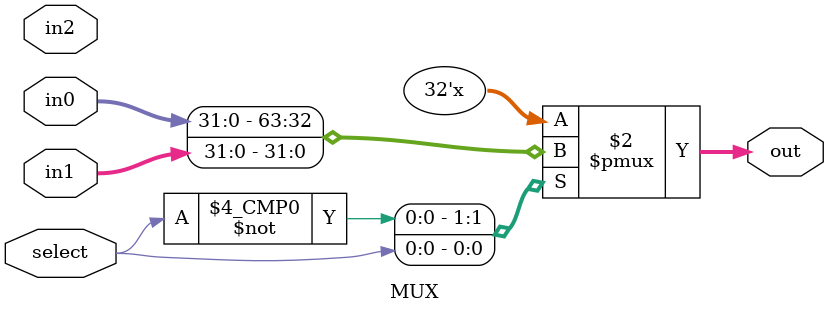
<source format=v>
module MUX #(
    parameter INPUTS = 2
) (
    input [31:0] in0, in1, in2,
    input [$clog2(INPUTS)-1:0] select,
    output reg [31:0] out
);
    always @(*) begin
        if (INPUTS == 2) begin
            case (select)
                1'b0: out = in0;
                1'b1: out = in1;
                default: out = in0;
            endcase
        end
        else if (INPUTS == 3) begin
            case (select)
                2'b00: out = in0;
                2'b01: out = in1;
                2'b10: out = in2;
                default: out = in0;
            endcase
        end
    end
endmodule
</source>
